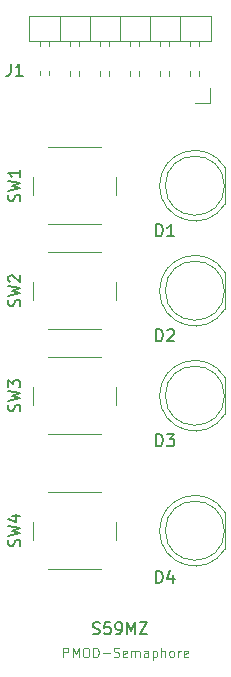
<source format=gto>
G04 #@! TF.GenerationSoftware,KiCad,Pcbnew,7.0.11-7.0.11~ubuntu20.04.1*
G04 #@! TF.CreationDate,2024-08-22T00:47:31+02:00*
G04 #@! TF.ProjectId,kicad-pmod-semaphore,6b696361-642d-4706-9d6f-642d73656d61,1.0*
G04 #@! TF.SameCoordinates,Original*
G04 #@! TF.FileFunction,Legend,Top*
G04 #@! TF.FilePolarity,Positive*
%FSLAX46Y46*%
G04 Gerber Fmt 4.6, Leading zero omitted, Abs format (unit mm)*
G04 Created by KiCad (PCBNEW 7.0.11-7.0.11~ubuntu20.04.1) date 2024-08-22 00:47:31*
%MOMM*%
%LPD*%
G01*
G04 APERTURE LIST*
%ADD10C,0.200000*%
%ADD11C,0.125000*%
%ADD12C,0.150000*%
%ADD13C,0.120000*%
%ADD14C,2.000000*%
%ADD15R,1.700000X1.700000*%
%ADD16O,1.700000X1.700000*%
%ADD17C,2.500000*%
%ADD18R,1.800000X1.800000*%
%ADD19C,1.800000*%
G04 APERTURE END LIST*
D10*
X118364286Y-96974600D02*
X118507143Y-97022219D01*
X118507143Y-97022219D02*
X118745238Y-97022219D01*
X118745238Y-97022219D02*
X118840476Y-96974600D01*
X118840476Y-96974600D02*
X118888095Y-96926980D01*
X118888095Y-96926980D02*
X118935714Y-96831742D01*
X118935714Y-96831742D02*
X118935714Y-96736504D01*
X118935714Y-96736504D02*
X118888095Y-96641266D01*
X118888095Y-96641266D02*
X118840476Y-96593647D01*
X118840476Y-96593647D02*
X118745238Y-96546028D01*
X118745238Y-96546028D02*
X118554762Y-96498409D01*
X118554762Y-96498409D02*
X118459524Y-96450790D01*
X118459524Y-96450790D02*
X118411905Y-96403171D01*
X118411905Y-96403171D02*
X118364286Y-96307933D01*
X118364286Y-96307933D02*
X118364286Y-96212695D01*
X118364286Y-96212695D02*
X118411905Y-96117457D01*
X118411905Y-96117457D02*
X118459524Y-96069838D01*
X118459524Y-96069838D02*
X118554762Y-96022219D01*
X118554762Y-96022219D02*
X118792857Y-96022219D01*
X118792857Y-96022219D02*
X118935714Y-96069838D01*
X119840476Y-96022219D02*
X119364286Y-96022219D01*
X119364286Y-96022219D02*
X119316667Y-96498409D01*
X119316667Y-96498409D02*
X119364286Y-96450790D01*
X119364286Y-96450790D02*
X119459524Y-96403171D01*
X119459524Y-96403171D02*
X119697619Y-96403171D01*
X119697619Y-96403171D02*
X119792857Y-96450790D01*
X119792857Y-96450790D02*
X119840476Y-96498409D01*
X119840476Y-96498409D02*
X119888095Y-96593647D01*
X119888095Y-96593647D02*
X119888095Y-96831742D01*
X119888095Y-96831742D02*
X119840476Y-96926980D01*
X119840476Y-96926980D02*
X119792857Y-96974600D01*
X119792857Y-96974600D02*
X119697619Y-97022219D01*
X119697619Y-97022219D02*
X119459524Y-97022219D01*
X119459524Y-97022219D02*
X119364286Y-96974600D01*
X119364286Y-96974600D02*
X119316667Y-96926980D01*
X120364286Y-97022219D02*
X120554762Y-97022219D01*
X120554762Y-97022219D02*
X120650000Y-96974600D01*
X120650000Y-96974600D02*
X120697619Y-96926980D01*
X120697619Y-96926980D02*
X120792857Y-96784123D01*
X120792857Y-96784123D02*
X120840476Y-96593647D01*
X120840476Y-96593647D02*
X120840476Y-96212695D01*
X120840476Y-96212695D02*
X120792857Y-96117457D01*
X120792857Y-96117457D02*
X120745238Y-96069838D01*
X120745238Y-96069838D02*
X120650000Y-96022219D01*
X120650000Y-96022219D02*
X120459524Y-96022219D01*
X120459524Y-96022219D02*
X120364286Y-96069838D01*
X120364286Y-96069838D02*
X120316667Y-96117457D01*
X120316667Y-96117457D02*
X120269048Y-96212695D01*
X120269048Y-96212695D02*
X120269048Y-96450790D01*
X120269048Y-96450790D02*
X120316667Y-96546028D01*
X120316667Y-96546028D02*
X120364286Y-96593647D01*
X120364286Y-96593647D02*
X120459524Y-96641266D01*
X120459524Y-96641266D02*
X120650000Y-96641266D01*
X120650000Y-96641266D02*
X120745238Y-96593647D01*
X120745238Y-96593647D02*
X120792857Y-96546028D01*
X120792857Y-96546028D02*
X120840476Y-96450790D01*
X121269048Y-97022219D02*
X121269048Y-96022219D01*
X121269048Y-96022219D02*
X121602381Y-96736504D01*
X121602381Y-96736504D02*
X121935714Y-96022219D01*
X121935714Y-96022219D02*
X121935714Y-97022219D01*
X122316667Y-96022219D02*
X122983333Y-96022219D01*
X122983333Y-96022219D02*
X122316667Y-97022219D01*
X122316667Y-97022219D02*
X122983333Y-97022219D01*
D11*
X115842712Y-98955595D02*
X115842712Y-98155595D01*
X115842712Y-98155595D02*
X116147474Y-98155595D01*
X116147474Y-98155595D02*
X116223664Y-98193690D01*
X116223664Y-98193690D02*
X116261759Y-98231785D01*
X116261759Y-98231785D02*
X116299855Y-98307976D01*
X116299855Y-98307976D02*
X116299855Y-98422261D01*
X116299855Y-98422261D02*
X116261759Y-98498452D01*
X116261759Y-98498452D02*
X116223664Y-98536547D01*
X116223664Y-98536547D02*
X116147474Y-98574642D01*
X116147474Y-98574642D02*
X115842712Y-98574642D01*
X116642712Y-98955595D02*
X116642712Y-98155595D01*
X116642712Y-98155595D02*
X116909378Y-98727023D01*
X116909378Y-98727023D02*
X117176045Y-98155595D01*
X117176045Y-98155595D02*
X117176045Y-98955595D01*
X117709379Y-98155595D02*
X117861760Y-98155595D01*
X117861760Y-98155595D02*
X117937950Y-98193690D01*
X117937950Y-98193690D02*
X118014141Y-98269880D01*
X118014141Y-98269880D02*
X118052236Y-98422261D01*
X118052236Y-98422261D02*
X118052236Y-98688928D01*
X118052236Y-98688928D02*
X118014141Y-98841309D01*
X118014141Y-98841309D02*
X117937950Y-98917500D01*
X117937950Y-98917500D02*
X117861760Y-98955595D01*
X117861760Y-98955595D02*
X117709379Y-98955595D01*
X117709379Y-98955595D02*
X117633188Y-98917500D01*
X117633188Y-98917500D02*
X117556998Y-98841309D01*
X117556998Y-98841309D02*
X117518902Y-98688928D01*
X117518902Y-98688928D02*
X117518902Y-98422261D01*
X117518902Y-98422261D02*
X117556998Y-98269880D01*
X117556998Y-98269880D02*
X117633188Y-98193690D01*
X117633188Y-98193690D02*
X117709379Y-98155595D01*
X118395093Y-98955595D02*
X118395093Y-98155595D01*
X118395093Y-98155595D02*
X118585569Y-98155595D01*
X118585569Y-98155595D02*
X118699855Y-98193690D01*
X118699855Y-98193690D02*
X118776045Y-98269880D01*
X118776045Y-98269880D02*
X118814140Y-98346071D01*
X118814140Y-98346071D02*
X118852236Y-98498452D01*
X118852236Y-98498452D02*
X118852236Y-98612738D01*
X118852236Y-98612738D02*
X118814140Y-98765119D01*
X118814140Y-98765119D02*
X118776045Y-98841309D01*
X118776045Y-98841309D02*
X118699855Y-98917500D01*
X118699855Y-98917500D02*
X118585569Y-98955595D01*
X118585569Y-98955595D02*
X118395093Y-98955595D01*
X119195093Y-98650833D02*
X119804617Y-98650833D01*
X120147473Y-98917500D02*
X120261759Y-98955595D01*
X120261759Y-98955595D02*
X120452235Y-98955595D01*
X120452235Y-98955595D02*
X120528426Y-98917500D01*
X120528426Y-98917500D02*
X120566521Y-98879404D01*
X120566521Y-98879404D02*
X120604616Y-98803214D01*
X120604616Y-98803214D02*
X120604616Y-98727023D01*
X120604616Y-98727023D02*
X120566521Y-98650833D01*
X120566521Y-98650833D02*
X120528426Y-98612738D01*
X120528426Y-98612738D02*
X120452235Y-98574642D01*
X120452235Y-98574642D02*
X120299854Y-98536547D01*
X120299854Y-98536547D02*
X120223664Y-98498452D01*
X120223664Y-98498452D02*
X120185569Y-98460357D01*
X120185569Y-98460357D02*
X120147473Y-98384166D01*
X120147473Y-98384166D02*
X120147473Y-98307976D01*
X120147473Y-98307976D02*
X120185569Y-98231785D01*
X120185569Y-98231785D02*
X120223664Y-98193690D01*
X120223664Y-98193690D02*
X120299854Y-98155595D01*
X120299854Y-98155595D02*
X120490331Y-98155595D01*
X120490331Y-98155595D02*
X120604616Y-98193690D01*
X121252236Y-98917500D02*
X121176045Y-98955595D01*
X121176045Y-98955595D02*
X121023664Y-98955595D01*
X121023664Y-98955595D02*
X120947474Y-98917500D01*
X120947474Y-98917500D02*
X120909378Y-98841309D01*
X120909378Y-98841309D02*
X120909378Y-98536547D01*
X120909378Y-98536547D02*
X120947474Y-98460357D01*
X120947474Y-98460357D02*
X121023664Y-98422261D01*
X121023664Y-98422261D02*
X121176045Y-98422261D01*
X121176045Y-98422261D02*
X121252236Y-98460357D01*
X121252236Y-98460357D02*
X121290331Y-98536547D01*
X121290331Y-98536547D02*
X121290331Y-98612738D01*
X121290331Y-98612738D02*
X120909378Y-98688928D01*
X121633188Y-98955595D02*
X121633188Y-98422261D01*
X121633188Y-98498452D02*
X121671283Y-98460357D01*
X121671283Y-98460357D02*
X121747473Y-98422261D01*
X121747473Y-98422261D02*
X121861759Y-98422261D01*
X121861759Y-98422261D02*
X121937950Y-98460357D01*
X121937950Y-98460357D02*
X121976045Y-98536547D01*
X121976045Y-98536547D02*
X121976045Y-98955595D01*
X121976045Y-98536547D02*
X122014140Y-98460357D01*
X122014140Y-98460357D02*
X122090331Y-98422261D01*
X122090331Y-98422261D02*
X122204616Y-98422261D01*
X122204616Y-98422261D02*
X122280807Y-98460357D01*
X122280807Y-98460357D02*
X122318902Y-98536547D01*
X122318902Y-98536547D02*
X122318902Y-98955595D01*
X123042712Y-98955595D02*
X123042712Y-98536547D01*
X123042712Y-98536547D02*
X123004617Y-98460357D01*
X123004617Y-98460357D02*
X122928426Y-98422261D01*
X122928426Y-98422261D02*
X122776045Y-98422261D01*
X122776045Y-98422261D02*
X122699855Y-98460357D01*
X123042712Y-98917500D02*
X122966521Y-98955595D01*
X122966521Y-98955595D02*
X122776045Y-98955595D01*
X122776045Y-98955595D02*
X122699855Y-98917500D01*
X122699855Y-98917500D02*
X122661759Y-98841309D01*
X122661759Y-98841309D02*
X122661759Y-98765119D01*
X122661759Y-98765119D02*
X122699855Y-98688928D01*
X122699855Y-98688928D02*
X122776045Y-98650833D01*
X122776045Y-98650833D02*
X122966521Y-98650833D01*
X122966521Y-98650833D02*
X123042712Y-98612738D01*
X123423665Y-98422261D02*
X123423665Y-99222261D01*
X123423665Y-98460357D02*
X123499855Y-98422261D01*
X123499855Y-98422261D02*
X123652236Y-98422261D01*
X123652236Y-98422261D02*
X123728427Y-98460357D01*
X123728427Y-98460357D02*
X123766522Y-98498452D01*
X123766522Y-98498452D02*
X123804617Y-98574642D01*
X123804617Y-98574642D02*
X123804617Y-98803214D01*
X123804617Y-98803214D02*
X123766522Y-98879404D01*
X123766522Y-98879404D02*
X123728427Y-98917500D01*
X123728427Y-98917500D02*
X123652236Y-98955595D01*
X123652236Y-98955595D02*
X123499855Y-98955595D01*
X123499855Y-98955595D02*
X123423665Y-98917500D01*
X124147475Y-98955595D02*
X124147475Y-98155595D01*
X124490332Y-98955595D02*
X124490332Y-98536547D01*
X124490332Y-98536547D02*
X124452237Y-98460357D01*
X124452237Y-98460357D02*
X124376046Y-98422261D01*
X124376046Y-98422261D02*
X124261760Y-98422261D01*
X124261760Y-98422261D02*
X124185570Y-98460357D01*
X124185570Y-98460357D02*
X124147475Y-98498452D01*
X124985570Y-98955595D02*
X124909380Y-98917500D01*
X124909380Y-98917500D02*
X124871285Y-98879404D01*
X124871285Y-98879404D02*
X124833189Y-98803214D01*
X124833189Y-98803214D02*
X124833189Y-98574642D01*
X124833189Y-98574642D02*
X124871285Y-98498452D01*
X124871285Y-98498452D02*
X124909380Y-98460357D01*
X124909380Y-98460357D02*
X124985570Y-98422261D01*
X124985570Y-98422261D02*
X125099856Y-98422261D01*
X125099856Y-98422261D02*
X125176047Y-98460357D01*
X125176047Y-98460357D02*
X125214142Y-98498452D01*
X125214142Y-98498452D02*
X125252237Y-98574642D01*
X125252237Y-98574642D02*
X125252237Y-98803214D01*
X125252237Y-98803214D02*
X125214142Y-98879404D01*
X125214142Y-98879404D02*
X125176047Y-98917500D01*
X125176047Y-98917500D02*
X125099856Y-98955595D01*
X125099856Y-98955595D02*
X124985570Y-98955595D01*
X125595095Y-98955595D02*
X125595095Y-98422261D01*
X125595095Y-98574642D02*
X125633190Y-98498452D01*
X125633190Y-98498452D02*
X125671285Y-98460357D01*
X125671285Y-98460357D02*
X125747476Y-98422261D01*
X125747476Y-98422261D02*
X125823666Y-98422261D01*
X126395095Y-98917500D02*
X126318904Y-98955595D01*
X126318904Y-98955595D02*
X126166523Y-98955595D01*
X126166523Y-98955595D02*
X126090333Y-98917500D01*
X126090333Y-98917500D02*
X126052237Y-98841309D01*
X126052237Y-98841309D02*
X126052237Y-98536547D01*
X126052237Y-98536547D02*
X126090333Y-98460357D01*
X126090333Y-98460357D02*
X126166523Y-98422261D01*
X126166523Y-98422261D02*
X126318904Y-98422261D01*
X126318904Y-98422261D02*
X126395095Y-98460357D01*
X126395095Y-98460357D02*
X126433190Y-98536547D01*
X126433190Y-98536547D02*
X126433190Y-98612738D01*
X126433190Y-98612738D02*
X126052237Y-98688928D01*
D12*
X112167200Y-89598332D02*
X112214819Y-89455475D01*
X112214819Y-89455475D02*
X112214819Y-89217380D01*
X112214819Y-89217380D02*
X112167200Y-89122142D01*
X112167200Y-89122142D02*
X112119580Y-89074523D01*
X112119580Y-89074523D02*
X112024342Y-89026904D01*
X112024342Y-89026904D02*
X111929104Y-89026904D01*
X111929104Y-89026904D02*
X111833866Y-89074523D01*
X111833866Y-89074523D02*
X111786247Y-89122142D01*
X111786247Y-89122142D02*
X111738628Y-89217380D01*
X111738628Y-89217380D02*
X111691009Y-89407856D01*
X111691009Y-89407856D02*
X111643390Y-89503094D01*
X111643390Y-89503094D02*
X111595771Y-89550713D01*
X111595771Y-89550713D02*
X111500533Y-89598332D01*
X111500533Y-89598332D02*
X111405295Y-89598332D01*
X111405295Y-89598332D02*
X111310057Y-89550713D01*
X111310057Y-89550713D02*
X111262438Y-89503094D01*
X111262438Y-89503094D02*
X111214819Y-89407856D01*
X111214819Y-89407856D02*
X111214819Y-89169761D01*
X111214819Y-89169761D02*
X111262438Y-89026904D01*
X111214819Y-88693570D02*
X112214819Y-88455475D01*
X112214819Y-88455475D02*
X111500533Y-88264999D01*
X111500533Y-88264999D02*
X112214819Y-88074523D01*
X112214819Y-88074523D02*
X111214819Y-87836428D01*
X111548152Y-87026904D02*
X112214819Y-87026904D01*
X111167200Y-87264999D02*
X111881485Y-87503094D01*
X111881485Y-87503094D02*
X111881485Y-86884047D01*
X112167200Y-78168332D02*
X112214819Y-78025475D01*
X112214819Y-78025475D02*
X112214819Y-77787380D01*
X112214819Y-77787380D02*
X112167200Y-77692142D01*
X112167200Y-77692142D02*
X112119580Y-77644523D01*
X112119580Y-77644523D02*
X112024342Y-77596904D01*
X112024342Y-77596904D02*
X111929104Y-77596904D01*
X111929104Y-77596904D02*
X111833866Y-77644523D01*
X111833866Y-77644523D02*
X111786247Y-77692142D01*
X111786247Y-77692142D02*
X111738628Y-77787380D01*
X111738628Y-77787380D02*
X111691009Y-77977856D01*
X111691009Y-77977856D02*
X111643390Y-78073094D01*
X111643390Y-78073094D02*
X111595771Y-78120713D01*
X111595771Y-78120713D02*
X111500533Y-78168332D01*
X111500533Y-78168332D02*
X111405295Y-78168332D01*
X111405295Y-78168332D02*
X111310057Y-78120713D01*
X111310057Y-78120713D02*
X111262438Y-78073094D01*
X111262438Y-78073094D02*
X111214819Y-77977856D01*
X111214819Y-77977856D02*
X111214819Y-77739761D01*
X111214819Y-77739761D02*
X111262438Y-77596904D01*
X111214819Y-77263570D02*
X112214819Y-77025475D01*
X112214819Y-77025475D02*
X111500533Y-76834999D01*
X111500533Y-76834999D02*
X112214819Y-76644523D01*
X112214819Y-76644523D02*
X111214819Y-76406428D01*
X111214819Y-76120713D02*
X111214819Y-75501666D01*
X111214819Y-75501666D02*
X111595771Y-75834999D01*
X111595771Y-75834999D02*
X111595771Y-75692142D01*
X111595771Y-75692142D02*
X111643390Y-75596904D01*
X111643390Y-75596904D02*
X111691009Y-75549285D01*
X111691009Y-75549285D02*
X111786247Y-75501666D01*
X111786247Y-75501666D02*
X112024342Y-75501666D01*
X112024342Y-75501666D02*
X112119580Y-75549285D01*
X112119580Y-75549285D02*
X112167200Y-75596904D01*
X112167200Y-75596904D02*
X112214819Y-75692142D01*
X112214819Y-75692142D02*
X112214819Y-75977856D01*
X112214819Y-75977856D02*
X112167200Y-76073094D01*
X112167200Y-76073094D02*
X112119580Y-76120713D01*
X112167200Y-69278332D02*
X112214819Y-69135475D01*
X112214819Y-69135475D02*
X112214819Y-68897380D01*
X112214819Y-68897380D02*
X112167200Y-68802142D01*
X112167200Y-68802142D02*
X112119580Y-68754523D01*
X112119580Y-68754523D02*
X112024342Y-68706904D01*
X112024342Y-68706904D02*
X111929104Y-68706904D01*
X111929104Y-68706904D02*
X111833866Y-68754523D01*
X111833866Y-68754523D02*
X111786247Y-68802142D01*
X111786247Y-68802142D02*
X111738628Y-68897380D01*
X111738628Y-68897380D02*
X111691009Y-69087856D01*
X111691009Y-69087856D02*
X111643390Y-69183094D01*
X111643390Y-69183094D02*
X111595771Y-69230713D01*
X111595771Y-69230713D02*
X111500533Y-69278332D01*
X111500533Y-69278332D02*
X111405295Y-69278332D01*
X111405295Y-69278332D02*
X111310057Y-69230713D01*
X111310057Y-69230713D02*
X111262438Y-69183094D01*
X111262438Y-69183094D02*
X111214819Y-69087856D01*
X111214819Y-69087856D02*
X111214819Y-68849761D01*
X111214819Y-68849761D02*
X111262438Y-68706904D01*
X111214819Y-68373570D02*
X112214819Y-68135475D01*
X112214819Y-68135475D02*
X111500533Y-67944999D01*
X111500533Y-67944999D02*
X112214819Y-67754523D01*
X112214819Y-67754523D02*
X111214819Y-67516428D01*
X111310057Y-67183094D02*
X111262438Y-67135475D01*
X111262438Y-67135475D02*
X111214819Y-67040237D01*
X111214819Y-67040237D02*
X111214819Y-66802142D01*
X111214819Y-66802142D02*
X111262438Y-66706904D01*
X111262438Y-66706904D02*
X111310057Y-66659285D01*
X111310057Y-66659285D02*
X111405295Y-66611666D01*
X111405295Y-66611666D02*
X111500533Y-66611666D01*
X111500533Y-66611666D02*
X111643390Y-66659285D01*
X111643390Y-66659285D02*
X112214819Y-67230713D01*
X112214819Y-67230713D02*
X112214819Y-66611666D01*
X112167200Y-60388332D02*
X112214819Y-60245475D01*
X112214819Y-60245475D02*
X112214819Y-60007380D01*
X112214819Y-60007380D02*
X112167200Y-59912142D01*
X112167200Y-59912142D02*
X112119580Y-59864523D01*
X112119580Y-59864523D02*
X112024342Y-59816904D01*
X112024342Y-59816904D02*
X111929104Y-59816904D01*
X111929104Y-59816904D02*
X111833866Y-59864523D01*
X111833866Y-59864523D02*
X111786247Y-59912142D01*
X111786247Y-59912142D02*
X111738628Y-60007380D01*
X111738628Y-60007380D02*
X111691009Y-60197856D01*
X111691009Y-60197856D02*
X111643390Y-60293094D01*
X111643390Y-60293094D02*
X111595771Y-60340713D01*
X111595771Y-60340713D02*
X111500533Y-60388332D01*
X111500533Y-60388332D02*
X111405295Y-60388332D01*
X111405295Y-60388332D02*
X111310057Y-60340713D01*
X111310057Y-60340713D02*
X111262438Y-60293094D01*
X111262438Y-60293094D02*
X111214819Y-60197856D01*
X111214819Y-60197856D02*
X111214819Y-59959761D01*
X111214819Y-59959761D02*
X111262438Y-59816904D01*
X111214819Y-59483570D02*
X112214819Y-59245475D01*
X112214819Y-59245475D02*
X111500533Y-59054999D01*
X111500533Y-59054999D02*
X112214819Y-58864523D01*
X112214819Y-58864523D02*
X111214819Y-58626428D01*
X112214819Y-57721666D02*
X112214819Y-58293094D01*
X112214819Y-58007380D02*
X111214819Y-58007380D01*
X111214819Y-58007380D02*
X111357676Y-58102618D01*
X111357676Y-58102618D02*
X111452914Y-58197856D01*
X111452914Y-58197856D02*
X111500533Y-58293094D01*
X111426666Y-48730819D02*
X111426666Y-49445104D01*
X111426666Y-49445104D02*
X111379047Y-49587961D01*
X111379047Y-49587961D02*
X111283809Y-49683200D01*
X111283809Y-49683200D02*
X111140952Y-49730819D01*
X111140952Y-49730819D02*
X111045714Y-49730819D01*
X112426666Y-49730819D02*
X111855238Y-49730819D01*
X112140952Y-49730819D02*
X112140952Y-48730819D01*
X112140952Y-48730819D02*
X112045714Y-48873676D01*
X112045714Y-48873676D02*
X111950476Y-48968914D01*
X111950476Y-48968914D02*
X111855238Y-49016533D01*
X123721905Y-92679819D02*
X123721905Y-91679819D01*
X123721905Y-91679819D02*
X123960000Y-91679819D01*
X123960000Y-91679819D02*
X124102857Y-91727438D01*
X124102857Y-91727438D02*
X124198095Y-91822676D01*
X124198095Y-91822676D02*
X124245714Y-91917914D01*
X124245714Y-91917914D02*
X124293333Y-92108390D01*
X124293333Y-92108390D02*
X124293333Y-92251247D01*
X124293333Y-92251247D02*
X124245714Y-92441723D01*
X124245714Y-92441723D02*
X124198095Y-92536961D01*
X124198095Y-92536961D02*
X124102857Y-92632200D01*
X124102857Y-92632200D02*
X123960000Y-92679819D01*
X123960000Y-92679819D02*
X123721905Y-92679819D01*
X125150476Y-92013152D02*
X125150476Y-92679819D01*
X124912381Y-91632200D02*
X124674286Y-92346485D01*
X124674286Y-92346485D02*
X125293333Y-92346485D01*
X123721905Y-81099819D02*
X123721905Y-80099819D01*
X123721905Y-80099819D02*
X123960000Y-80099819D01*
X123960000Y-80099819D02*
X124102857Y-80147438D01*
X124102857Y-80147438D02*
X124198095Y-80242676D01*
X124198095Y-80242676D02*
X124245714Y-80337914D01*
X124245714Y-80337914D02*
X124293333Y-80528390D01*
X124293333Y-80528390D02*
X124293333Y-80671247D01*
X124293333Y-80671247D02*
X124245714Y-80861723D01*
X124245714Y-80861723D02*
X124198095Y-80956961D01*
X124198095Y-80956961D02*
X124102857Y-81052200D01*
X124102857Y-81052200D02*
X123960000Y-81099819D01*
X123960000Y-81099819D02*
X123721905Y-81099819D01*
X124626667Y-80099819D02*
X125245714Y-80099819D01*
X125245714Y-80099819D02*
X124912381Y-80480771D01*
X124912381Y-80480771D02*
X125055238Y-80480771D01*
X125055238Y-80480771D02*
X125150476Y-80528390D01*
X125150476Y-80528390D02*
X125198095Y-80576009D01*
X125198095Y-80576009D02*
X125245714Y-80671247D01*
X125245714Y-80671247D02*
X125245714Y-80909342D01*
X125245714Y-80909342D02*
X125198095Y-81004580D01*
X125198095Y-81004580D02*
X125150476Y-81052200D01*
X125150476Y-81052200D02*
X125055238Y-81099819D01*
X125055238Y-81099819D02*
X124769524Y-81099819D01*
X124769524Y-81099819D02*
X124674286Y-81052200D01*
X124674286Y-81052200D02*
X124626667Y-81004580D01*
X123721905Y-72209819D02*
X123721905Y-71209819D01*
X123721905Y-71209819D02*
X123960000Y-71209819D01*
X123960000Y-71209819D02*
X124102857Y-71257438D01*
X124102857Y-71257438D02*
X124198095Y-71352676D01*
X124198095Y-71352676D02*
X124245714Y-71447914D01*
X124245714Y-71447914D02*
X124293333Y-71638390D01*
X124293333Y-71638390D02*
X124293333Y-71781247D01*
X124293333Y-71781247D02*
X124245714Y-71971723D01*
X124245714Y-71971723D02*
X124198095Y-72066961D01*
X124198095Y-72066961D02*
X124102857Y-72162200D01*
X124102857Y-72162200D02*
X123960000Y-72209819D01*
X123960000Y-72209819D02*
X123721905Y-72209819D01*
X124674286Y-71305057D02*
X124721905Y-71257438D01*
X124721905Y-71257438D02*
X124817143Y-71209819D01*
X124817143Y-71209819D02*
X125055238Y-71209819D01*
X125055238Y-71209819D02*
X125150476Y-71257438D01*
X125150476Y-71257438D02*
X125198095Y-71305057D01*
X125198095Y-71305057D02*
X125245714Y-71400295D01*
X125245714Y-71400295D02*
X125245714Y-71495533D01*
X125245714Y-71495533D02*
X125198095Y-71638390D01*
X125198095Y-71638390D02*
X124626667Y-72209819D01*
X124626667Y-72209819D02*
X125245714Y-72209819D01*
X123721905Y-63319819D02*
X123721905Y-62319819D01*
X123721905Y-62319819D02*
X123960000Y-62319819D01*
X123960000Y-62319819D02*
X124102857Y-62367438D01*
X124102857Y-62367438D02*
X124198095Y-62462676D01*
X124198095Y-62462676D02*
X124245714Y-62557914D01*
X124245714Y-62557914D02*
X124293333Y-62748390D01*
X124293333Y-62748390D02*
X124293333Y-62891247D01*
X124293333Y-62891247D02*
X124245714Y-63081723D01*
X124245714Y-63081723D02*
X124198095Y-63176961D01*
X124198095Y-63176961D02*
X124102857Y-63272200D01*
X124102857Y-63272200D02*
X123960000Y-63319819D01*
X123960000Y-63319819D02*
X123721905Y-63319819D01*
X125245714Y-63319819D02*
X124674286Y-63319819D01*
X124960000Y-63319819D02*
X124960000Y-62319819D01*
X124960000Y-62319819D02*
X124864762Y-62462676D01*
X124864762Y-62462676D02*
X124769524Y-62557914D01*
X124769524Y-62557914D02*
X124674286Y-62605533D01*
D13*
X120340000Y-89015000D02*
X120340000Y-87515000D01*
X119090000Y-85015000D02*
X114590000Y-85015000D01*
X113340000Y-87515000D02*
X113340000Y-89015000D01*
X114590000Y-91515000D02*
X119090000Y-91515000D01*
X120340000Y-77585000D02*
X120340000Y-76085000D01*
X119090000Y-73585000D02*
X114590000Y-73585000D01*
X113340000Y-76085000D02*
X113340000Y-77585000D01*
X114590000Y-80085000D02*
X119090000Y-80085000D01*
X120340000Y-68695000D02*
X120340000Y-67195000D01*
X119090000Y-64695000D02*
X114590000Y-64695000D01*
X113340000Y-67195000D02*
X113340000Y-68695000D01*
X114590000Y-71195000D02*
X119090000Y-71195000D01*
X120340000Y-59805000D02*
X120340000Y-58305000D01*
X119090000Y-55805000D02*
X114590000Y-55805000D01*
X113340000Y-58305000D02*
X113340000Y-59805000D01*
X114590000Y-62305000D02*
X119090000Y-62305000D01*
X128270000Y-52070000D02*
X127000000Y-52070000D01*
X128270000Y-52070000D02*
X128270000Y-50800000D01*
X116460000Y-49757071D02*
X116460000Y-49302929D01*
X117220000Y-49757071D02*
X117220000Y-49302929D01*
X119000000Y-49757071D02*
X119000000Y-49302929D01*
X119760000Y-49757071D02*
X119760000Y-49302929D01*
X121540000Y-49757071D02*
X121540000Y-49302929D01*
X122300000Y-49757071D02*
X122300000Y-49302929D01*
X124080000Y-49757071D02*
X124080000Y-49302929D01*
X124840000Y-49757071D02*
X124840000Y-49302929D01*
X126620000Y-49757071D02*
X126620000Y-49302929D01*
X127380000Y-49757071D02*
X127380000Y-49302929D01*
X113920000Y-49690000D02*
X113920000Y-49302929D01*
X114680000Y-49690000D02*
X114680000Y-49302929D01*
X113920000Y-47217071D02*
X113920000Y-46820000D01*
X114680000Y-47217071D02*
X114680000Y-46820000D01*
X116460000Y-47217071D02*
X116460000Y-46820000D01*
X117220000Y-47217071D02*
X117220000Y-46820000D01*
X119000000Y-47217071D02*
X119000000Y-46820000D01*
X119760000Y-47217071D02*
X119760000Y-46820000D01*
X121540000Y-47217071D02*
X121540000Y-46820000D01*
X122300000Y-47217071D02*
X122300000Y-46820000D01*
X124080000Y-47217071D02*
X124080000Y-46820000D01*
X124840000Y-47217071D02*
X124840000Y-46820000D01*
X126620000Y-47217071D02*
X126620000Y-46820000D01*
X127380000Y-47217071D02*
X127380000Y-46820000D01*
X112970000Y-46820000D02*
X128330000Y-46820000D01*
X115570000Y-46820000D02*
X115570000Y-44704000D01*
X118110000Y-46820000D02*
X118110000Y-44704000D01*
X120650000Y-46820000D02*
X120650000Y-44704000D01*
X123190000Y-46820000D02*
X123190000Y-44704000D01*
X125730000Y-46820000D02*
X125730000Y-44704000D01*
X128330000Y-46820000D02*
X128330000Y-44704000D01*
X112970000Y-44704000D02*
X112970000Y-46820000D01*
X128330000Y-44704000D02*
X112970000Y-44704000D01*
X129560000Y-89810000D02*
X129560000Y-86720000D01*
X124010001Y-88264538D02*
G75*
G03*
X129559999Y-89809830I2989999J-462D01*
G01*
X129560000Y-86720170D02*
G75*
G03*
X124010000Y-88265462I-2560000J-1544830D01*
G01*
X129500000Y-88265000D02*
G75*
G03*
X124500000Y-88265000I-2500000J0D01*
G01*
X124500000Y-88265000D02*
G75*
G03*
X129500000Y-88265000I2500000J0D01*
G01*
X129560000Y-78380000D02*
X129560000Y-75290000D01*
X129560000Y-75290170D02*
G75*
G03*
X124010000Y-76835462I-2560000J-1544830D01*
G01*
X124010001Y-76834538D02*
G75*
G03*
X129559999Y-78379830I2989999J-462D01*
G01*
X129500000Y-76835000D02*
G75*
G03*
X124500000Y-76835000I-2500000J0D01*
G01*
X124500000Y-76835000D02*
G75*
G03*
X129500000Y-76835000I2500000J0D01*
G01*
X129560000Y-69490000D02*
X129560000Y-66400000D01*
X129560000Y-66400170D02*
G75*
G03*
X124010000Y-67945462I-2560000J-1544830D01*
G01*
X124010001Y-67944538D02*
G75*
G03*
X129559999Y-69489830I2989999J-462D01*
G01*
X129500000Y-67945000D02*
G75*
G03*
X124500000Y-67945000I-2500000J0D01*
G01*
X124500000Y-67945000D02*
G75*
G03*
X129500000Y-67945000I2500000J0D01*
G01*
X129500000Y-59055000D02*
G75*
G03*
X124500000Y-59055000I-2500000J0D01*
G01*
X124500000Y-59055000D02*
G75*
G03*
X129500000Y-59055000I2500000J0D01*
G01*
X124010001Y-59054538D02*
G75*
G03*
X129559999Y-60599830I2989999J-462D01*
G01*
X129560000Y-57510170D02*
G75*
G03*
X124010000Y-59055462I-2560000J-1544830D01*
G01*
X129560000Y-60600000D02*
X129560000Y-57510000D01*
%LPC*%
D14*
X120090000Y-86015000D03*
X113590000Y-86015000D03*
X120090000Y-90515000D03*
X113590000Y-90515000D03*
X120090000Y-74585000D03*
X113590000Y-74585000D03*
X120090000Y-79085000D03*
X113590000Y-79085000D03*
X120090000Y-65695000D03*
X113590000Y-65695000D03*
X120090000Y-70195000D03*
X113590000Y-70195000D03*
X120090000Y-56805000D03*
X113590000Y-56805000D03*
X120090000Y-61305000D03*
X113590000Y-61305000D03*
D15*
X127000000Y-50800000D03*
D16*
X127000000Y-48260000D03*
X124460000Y-50800000D03*
X124460000Y-48260000D03*
X121920000Y-50800000D03*
X121920000Y-48260000D03*
X119380000Y-50800000D03*
X119380000Y-48260000D03*
X116840000Y-50800000D03*
X116840000Y-48260000D03*
X114300000Y-50800000D03*
X114300000Y-48260000D03*
D17*
X127000000Y-95885000D03*
X114300000Y-95885000D03*
D18*
X128270000Y-88265000D03*
D19*
X125730000Y-88265000D03*
D18*
X128270000Y-76835000D03*
D19*
X125730000Y-76835000D03*
D18*
X128270000Y-67945000D03*
D19*
X125730000Y-67945000D03*
X125730000Y-59055000D03*
D18*
X128270000Y-59055000D03*
%LPD*%
M02*

</source>
